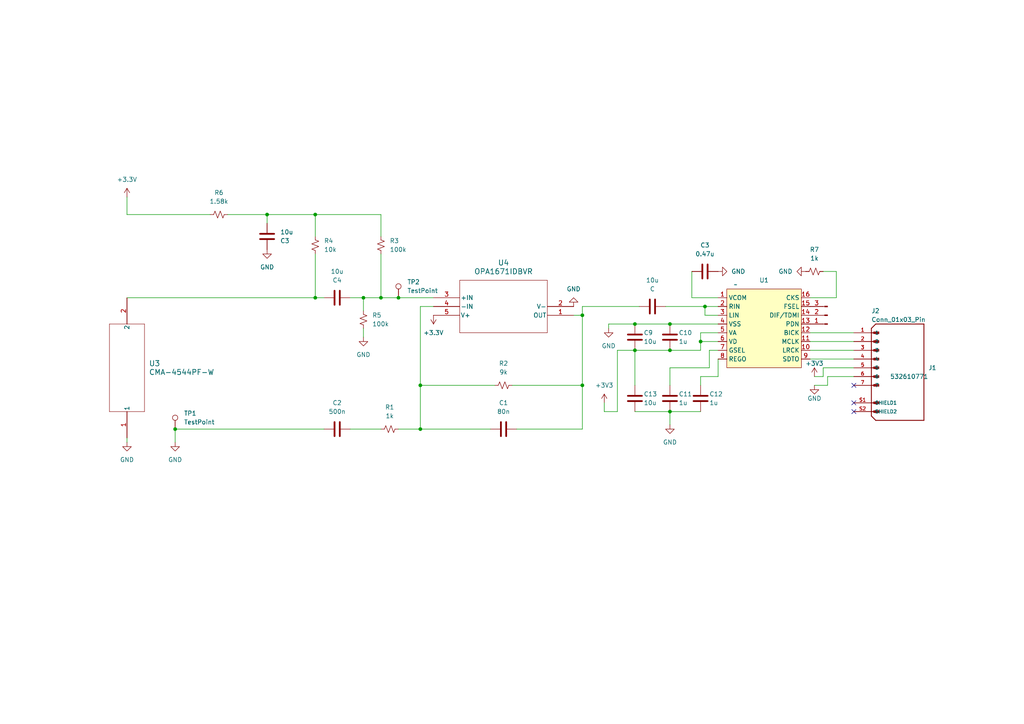
<source format=kicad_sch>
(kicad_sch (version 20230121) (generator eeschema)
  (paper "A4")
  (lib_symbols
    (symbol "2024-02-15_23-42-42:CMA-4544PF-W" (pin_names (offset 0.254))
      (property "Reference" "U" (at 20.32 10.16 0))
      (property "Value" "CMA-4544PF-W" (at 20.32 7.62 0))
      (symbol "CMA-4544PF-W_0_1"
        (polyline (pts (xy 7.62 -5.08) (xy 33.02 -5.08)) (stroke (width 0.127)))
        (polyline (pts (xy 7.62 5.08) (xy 7.62 -5.08)) (stroke (width 0.127)))
        (polyline (pts (xy 33.02 -5.08) (xy 33.02 5.08)) (stroke (width 0.127)))
        (polyline (pts (xy 33.02 5.08) (xy 7.62 5.08)) (stroke (width 0.127)))
        (pin unspecified line (at 0 0 0) (length 7.62) (name "1") (number "1"))
        (pin unspecified line (at 40.64 0 180) (length 7.62) (name "2") (number "2"))
      )
    )
    (symbol "2024-02-15_23-46-41:OPA1671IDBVR" (pin_names (offset 0.254))
      (property "Reference" "U" (at 20.32 10.16 0))
      (property "Value" "OPA1671IDBVR" (at 20.32 7.62 0))
      (symbol "OPA1671IDBVR_0_1"
        (polyline (pts (xy 7.62 -10.16) (xy 33.02 -10.16)) (stroke (width 0.127)))
        (polyline (pts (xy 7.62 5.08) (xy 7.62 -10.16)) (stroke (width 0.127)))
        (polyline (pts (xy 33.02 -10.16) (xy 33.02 5.08)) (stroke (width 0.127)))
        (polyline (pts (xy 33.02 5.08) (xy 7.62 5.08)) (stroke (width 0.127)))
        (pin output line (at 0 0 0) (length 7.62) (name "OUT") (number "1"))
        (pin power_in line (at 0 -2.54 0) (length 7.62) (name "V-") (number "2"))
        (pin input line (at 40.64 -5.08 180) (length 7.62) (name "+IN") (number "3"))
        (pin input line (at 40.64 -2.54 180) (length 7.62) (name "-IN") (number "4"))
        (pin power_in line (at 40.64 0 180) (length 7.62) (name "V+") (number "5"))
      )
    )
    (symbol "532610771:532610771" (pin_names (offset 1.016))
      (property "Reference" "J" (at -7.62 13.97 0))
      (property "Value" "532610771" (at -7.62 -17.78 0))
      (symbol "532610771_0_0"
        (rectangle (start -6.985 -13.0175) (end -5.3975 -12.3825) (stroke (width 0.1)) (fill (type outline)))
        (rectangle (start -6.985 -10.4775) (end -5.3975 -9.8425) (stroke (width 0.1)) (fill (type outline)))
        (rectangle (start -6.985 -5.3975) (end -5.3975 -4.7625) (stroke (width 0.1)) (fill (type outline)))
        (rectangle (start -6.985 -2.8575) (end -5.3975 -2.2225) (stroke (width 0.1)) (fill (type outline)))
        (rectangle (start -6.985 -0.3175) (end -5.3975 0.3175) (stroke (width 0.1)) (fill (type outline)))
        (rectangle (start -6.985 2.2225) (end -5.3975 2.8575) (stroke (width 0.1)) (fill (type outline)))
        (rectangle (start -6.985 4.7625) (end -5.3975 5.3975) (stroke (width 0.1)) (fill (type outline)))
        (rectangle (start -6.985 7.3025) (end -5.3975 7.9375) (stroke (width 0.1)) (fill (type outline)))
        (rectangle (start -6.985 9.8425) (end -5.3975 10.4775) (stroke (width 0.1)) (fill (type outline)))
        (polyline (pts (xy -7.62 -13.97) (xy -6.35 -15.24)) (stroke (width 0.254)))
        (polyline (pts (xy -7.62 -12.7) (xy -5.715 -12.7)) (stroke (width 0.254)))
        (polyline (pts (xy -7.62 -10.16) (xy -5.715 -10.16)) (stroke (width 0.254)))
        (polyline (pts (xy -7.62 -5.08) (xy -5.715 -5.08)) (stroke (width 0.254)))
        (polyline (pts (xy -7.62 -2.54) (xy -5.715 -2.54)) (stroke (width 0.254)))
        (polyline (pts (xy -7.62 0) (xy -5.715 0)) (stroke (width 0.254)))
        (polyline (pts (xy -7.62 2.54) (xy -5.715 2.54)) (stroke (width 0.254)))
        (polyline (pts (xy -7.62 5.08) (xy -5.715 5.08)) (stroke (width 0.254)))
        (polyline (pts (xy -7.62 7.62) (xy -5.715 7.62)) (stroke (width 0.254)))
        (polyline (pts (xy -7.62 10.16) (xy -5.715 10.16)) (stroke (width 0.254)))
        (polyline (pts (xy -7.62 11.43) (xy -7.62 -13.97)) (stroke (width 0.254)))
        (polyline (pts (xy -7.62 11.43) (xy -6.35 12.7)) (stroke (width 0.254)))
        (polyline (pts (xy -6.35 -15.24) (xy 7.62 -15.24)) (stroke (width 0.254)))
        (polyline (pts (xy 7.62 -15.24) (xy 7.62 12.7)) (stroke (width 0.254)))
        (polyline (pts (xy 7.62 12.7) (xy -6.35 12.7)) (stroke (width 0.254)))
        (pin passive line (at -12.7 10.16 0) (length 5.08) (name "1") (number "1"))
        (pin passive line (at -12.7 7.62 0) (length 5.08) (name "2") (number "2"))
        (pin passive line (at -12.7 5.08 0) (length 5.08) (name "3") (number "3"))
        (pin passive line (at -12.7 2.54 0) (length 5.08) (name "4") (number "4"))
        (pin passive line (at -12.7 0 0) (length 5.08) (name "5") (number "5"))
        (pin passive line (at -12.7 -2.54 0) (length 5.08) (name "6") (number "6"))
        (pin passive line (at -12.7 -5.08 0) (length 5.08) (name "7") (number "7"))
        (pin passive line (at -12.7 -10.16 0) (length 5.08) (name "SHIELD1") (number "S1"))
        (pin passive line (at -12.7 -12.7 0) (length 5.08) (name "SHIELD2") (number "S2"))
      )
    )
    (symbol "AK5720VT:AK5720VT"
      (property "Reference" "U" (at 0 0 0))
      (symbol "AK5720VT_1_1"
        (rectangle (start -2.54 -1.27) (end 19.05 -24.13) (fill (type background)))
        (pin input line (at -5.08 -3.81 0) (length 2.54) (name "VCOM") (number "1"))
        (pin input line (at 21.59 -19.05 180) (length 2.54) (name "LRCK") (number "10"))
        (pin input line (at 21.59 -16.51 180) (length 2.54) (name "MCLK") (number "11"))
        (pin input line (at 21.59 -13.97 180) (length 2.54) (name "BICK") (number "12"))
        (pin input line (at 21.59 -11.43 180) (length 2.54) (name "PDN") (number "13"))
        (pin input line (at 21.59 -8.89 180) (length 2.54) (name "DIF/TDMI") (number "14"))
        (pin input line (at 21.59 -6.35 180) (length 2.54) (name "FSEL") (number "15"))
        (pin input line (at 21.59 -3.81 180) (length 2.54) (name "CKS") (number "16"))
        (pin input line (at -5.08 -6.35 0) (length 2.54) (name "RIN") (number "2"))
        (pin input line (at -5.08 -8.89 0) (length 2.54) (name "LIN") (number "3"))
        (pin input line (at -5.08 -11.43 0) (length 2.54) (name "VSS") (number "4"))
        (pin input line (at -5.08 -13.97 0) (length 2.54) (name "VA") (number "5"))
        (pin input line (at -5.08 -16.51 0) (length 2.54) (name "VD") (number "6"))
        (pin input line (at -5.08 -19.05 0) (length 2.54) (name "GSEL") (number "7"))
        (pin input line (at -5.08 -21.59 0) (length 2.54) (name "REGO") (number "8"))
        (pin input line (at 21.59 -21.59 180) (length 2.54) (name "SDTO") (number "9"))
      )
    )
    (symbol "Connector:Conn_01x03_Pin" (pin_names (offset 1.016) hide)
      (property "Reference" "J" (at 0 5.08 0))
      (property "Value" "Conn_01x03_Pin" (at 0 -5.08 0))
      (symbol "Conn_01x03_Pin_1_1"
        (polyline (pts (xy 1.27 -2.54) (xy 0.8636 -2.54)) (stroke (width 0.1524)))
        (polyline (pts (xy 1.27 0) (xy 0.8636 0)) (stroke (width 0.1524)))
        (polyline (pts (xy 1.27 2.54) (xy 0.8636 2.54)) (stroke (width 0.1524)))
        (rectangle (start 0.8636 -2.413) (end 0 -2.667) (stroke (width 0.1524)) (fill (type outline)))
        (rectangle (start 0.8636 0.127) (end 0 -0.127) (stroke (width 0.1524)) (fill (type outline)))
        (rectangle (start 0.8636 2.667) (end 0 2.413) (stroke (width 0.1524)) (fill (type outline)))
        (pin passive line (at 5.08 2.54 180) (length 3.81) (name "Pin_1") (number "1"))
        (pin passive line (at 5.08 0 180) (length 3.81) (name "Pin_2") (number "2"))
        (pin passive line (at 5.08 -2.54 180) (length 3.81) (name "Pin_3") (number "3"))
      )
    )
    (symbol "Connector:TestPoint" (pin_numbers hide) (pin_names (offset 0.762) hide)
      (property "Reference" "TP" (at 0 6.858 0))
      (property "Value" "TestPoint" (at 0 5.08 0))
      (symbol "TestPoint_0_1"
        (circle (center 0 3.302) (radius 0.762))
      )
      (symbol "TestPoint_1_1"
        (pin passive line (at 0 0 90) (length 2.54) (name "1") (number "1"))
      )
    )
    (symbol "Device:C" (pin_numbers hide) (pin_names (offset 0.254))
      (property "Reference" "C" (at 0.635 2.54 0))
      (property "Value" "C" (at 0.635 -2.54 0))
      (symbol "C_0_1"
        (polyline (pts (xy -2.032 -0.762) (xy 2.032 -0.762)) (stroke (width 0.508)))
        (polyline (pts (xy -2.032 0.762) (xy 2.032 0.762)) (stroke (width 0.508)))
      )
      (symbol "C_1_1"
        (pin passive line (at 0 3.81 270) (length 2.794) (name "~") (number "1"))
        (pin passive line (at 0 -3.81 90) (length 2.794) (name "~") (number "2"))
      )
    )
    (symbol "Device:R_Small_US" (pin_numbers hide) (pin_names (offset 0.254) hide)
      (property "Reference" "R" (at 0.762 0.508 0))
      (property "Value" "R_Small_US" (at 0.762 -1.016 0))
      (symbol "R_Small_US_1_1"
        (polyline (pts (xy 0 0) (xy 1.016 -0.381) (xy 0 -0.762) (xy -1.016 -1.143) (xy 0 -1.524)))
        (polyline (pts (xy 0 1.524) (xy 1.016 1.143) (xy 0 0.762) (xy -1.016 0.381) (xy 0 0)))
        (pin passive line (at 0 2.54 270) (length 1.016) (name "~") (number "1"))
        (pin passive line (at 0 -2.54 90) (length 1.016) (name "~") (number "2"))
      )
    )
    (symbol "power:+3.3V" (power) (pin_names (offset 0))
      (property "Value" "+3.3V" (at 0 3.556 0))
      (symbol "+3.3V_0_1"
        (polyline (pts (xy -0.762 1.27) (xy 0 2.54)))
        (polyline (pts (xy 0 0) (xy 0 2.54)))
        (polyline (pts (xy 0 2.54) (xy 0.762 1.27)))
      )
      (symbol "+3.3V_1_1"
        (pin power_in line (at 0 0 90) (length 0) hide (name "+3.3V") (number "1"))
      )
    )
    (symbol "power:+3V3" (power) (pin_names (offset 0))
      (property "Value" "+3V3" (at 0 3.556 0))
      (symbol "+3V3_0_1"
        (polyline (pts (xy -0.762 1.27) (xy 0 2.54)))
        (polyline (pts (xy 0 0) (xy 0 2.54)))
        (polyline (pts (xy 0 2.54) (xy 0.762 1.27)))
      )
      (symbol "+3V3_1_1"
        (pin power_in line (at 0 0 90) (length 0) hide (name "+3V3") (number "1"))
      )
    )
    (symbol "power:GND" (power) (pin_names (offset 0))
      (property "Value" "GND" (at 0 -3.81 0))
      (symbol "GND_0_1"
        (polyline (pts (xy 0 0) (xy 0 -1.27) (xy 1.27 -1.27) (xy 0 -2.54) (xy -1.27 -1.27) (xy 0 -1.27)))
      )
      (symbol "GND_1_1"
        (pin power_in line (at 0 0 270) (length 0) hide (name "GND") (number "1"))
      )
    )
  )
  (junction (at 203.2 99.06))
  (junction (at 91.44 62.23))
  (junction (at 121.92 124.46))
  (junction (at 50.8 124.46))
  (junction (at 204.47 88.9))
  (junction (at 184.15 93.98))
  (junction (at 168.91 91.44))
  (junction (at 168.91 111.76))
  (junction (at 115.57 86.36))
  (junction (at 105.41 86.36))
  (junction (at 194.31 119.38))
  (junction (at 91.44 86.36))
  (junction (at 184.15 101.6))
  (junction (at 77.47 62.23))
  (junction (at 194.31 101.6))
  (junction (at 110.49 86.36))
  (junction (at 121.92 111.76))
  (junction (at 194.31 93.98))
  (no_connect (at 247.65 116.84))
  (no_connect (at 247.65 119.38))
  (no_connect (at 247.65 111.76))
  (wire (pts (xy 194.31 93.98) (xy 208.28 93.98)))
  (wire (pts (xy 148.59 111.76) (xy 168.91 111.76)))
  (wire (pts (xy 234.95 86.36) (xy 242.57 86.36)))
  (wire (pts (xy 91.44 73.66) (xy 91.44 86.36)))
  (wire (pts (xy 175.26 116.84) (xy 175.26 119.38)))
  (wire (pts (xy 240.03 109.22) (xy 247.65 109.22)))
  (wire (pts (xy 203.2 99.06) (xy 203.2 101.6)))
  (wire (pts (xy 200.66 78.74) (xy 200.66 86.36)))
  (wire (pts (xy 50.8 124.46) (xy 93.98 124.46)))
  (wire (pts (xy 247.65 99.06) (xy 234.95 99.06)))
  (wire (pts (xy 143.51 111.76) (xy 121.92 111.76)))
  (wire (pts (xy 121.92 88.9) (xy 121.92 111.76)))
  (wire (pts (xy 110.49 73.66) (xy 110.49 86.36)))
  (wire (pts (xy 203.2 109.22) (xy 203.2 111.76)))
  (wire (pts (xy 168.91 111.76) (xy 168.91 91.44)))
  (wire (pts (xy 240.03 111.76) (xy 240.03 109.22)))
  (wire (pts (xy 149.86 124.46) (xy 168.91 124.46)))
  (wire (pts (xy 105.41 86.36) (xy 105.41 90.17)))
  (wire (pts (xy 184.15 101.6) (xy 184.15 111.76)))
  (wire (pts (xy 208.28 96.52) (xy 203.2 96.52)))
  (wire (pts (xy 204.47 88.9) (xy 208.28 88.9)))
  (wire (pts (xy 194.31 119.38) (xy 203.2 119.38)))
  (wire (pts (xy 204.47 91.44) (xy 204.47 88.9)))
  (wire (pts (xy 247.65 96.52) (xy 234.95 96.52)))
  (wire (pts (xy 236.22 111.76) (xy 240.03 111.76)))
  (wire (pts (xy 200.66 86.36) (xy 208.28 86.36)))
  (wire (pts (xy 91.44 68.58) (xy 91.44 62.23)))
  (wire (pts (xy 242.57 86.36) (xy 242.57 78.74)))
  (wire (pts (xy 168.91 124.46) (xy 168.91 111.76)))
  (wire (pts (xy 125.73 88.9) (xy 121.92 88.9)))
  (wire (pts (xy 194.31 119.38) (xy 194.31 123.19)))
  (wire (pts (xy 36.83 57.15) (xy 36.83 62.23)))
  (wire (pts (xy 179.07 101.6) (xy 184.15 101.6)))
  (wire (pts (xy 179.07 101.6) (xy 179.07 119.38)))
  (wire (pts (xy 91.44 62.23) (xy 77.47 62.23)))
  (wire (pts (xy 166.37 91.44) (xy 168.91 91.44)))
  (wire (pts (xy 184.15 119.38) (xy 194.31 119.38)))
  (wire (pts (xy 91.44 86.36) (xy 93.98 86.36)))
  (wire (pts (xy 115.57 124.46) (xy 121.92 124.46)))
  (wire (pts (xy 203.2 101.6) (xy 194.31 101.6)))
  (wire (pts (xy 238.76 106.68) (xy 247.65 106.68)))
  (wire (pts (xy 36.83 86.36) (xy 91.44 86.36)))
  (wire (pts (xy 91.44 62.23) (xy 110.49 62.23)))
  (wire (pts (xy 66.04 62.23) (xy 77.47 62.23)))
  (wire (pts (xy 176.53 93.98) (xy 176.53 95.25)))
  (wire (pts (xy 110.49 62.23) (xy 110.49 68.58)))
  (wire (pts (xy 105.41 95.25) (xy 105.41 97.79)))
  (wire (pts (xy 168.91 88.9) (xy 185.42 88.9)))
  (wire (pts (xy 203.2 96.52) (xy 203.2 99.06)))
  (wire (pts (xy 236.22 109.22) (xy 238.76 109.22)))
  (wire (pts (xy 238.76 109.22) (xy 238.76 106.68)))
  (wire (pts (xy 194.31 106.68) (xy 194.31 111.76)))
  (wire (pts (xy 50.8 124.46) (xy 50.8 128.27)))
  (wire (pts (xy 184.15 93.98) (xy 194.31 93.98)))
  (wire (pts (xy 179.07 119.38) (xy 175.26 119.38)))
  (wire (pts (xy 208.28 101.6) (xy 205.74 101.6)))
  (wire (pts (xy 105.41 86.36) (xy 110.49 86.36)))
  (wire (pts (xy 205.74 101.6) (xy 205.74 106.68)))
  (wire (pts (xy 208.28 109.22) (xy 203.2 109.22)))
  (wire (pts (xy 168.91 88.9) (xy 168.91 91.44)))
  (wire (pts (xy 208.28 91.44) (xy 204.47 91.44)))
  (wire (pts (xy 60.96 62.23) (xy 36.83 62.23)))
  (wire (pts (xy 247.65 101.6) (xy 234.95 101.6)))
  (wire (pts (xy 101.6 124.46) (xy 110.49 124.46)))
  (wire (pts (xy 121.92 111.76) (xy 121.92 124.46)))
  (wire (pts (xy 121.92 124.46) (xy 142.24 124.46)))
  (wire (pts (xy 77.47 62.23) (xy 77.47 64.77)))
  (wire (pts (xy 36.83 128.27) (xy 36.83 127)))
  (wire (pts (xy 110.49 86.36) (xy 115.57 86.36)))
  (wire (pts (xy 247.65 104.14) (xy 234.95 104.14)))
  (wire (pts (xy 193.04 88.9) (xy 204.47 88.9)))
  (wire (pts (xy 184.15 101.6) (xy 194.31 101.6)))
  (wire (pts (xy 101.6 86.36) (xy 105.41 86.36)))
  (wire (pts (xy 176.53 93.98) (xy 184.15 93.98)))
  (wire (pts (xy 205.74 106.68) (xy 194.31 106.68)))
  (wire (pts (xy 208.28 104.14) (xy 208.28 109.22)))
  (wire (pts (xy 115.57 86.36) (xy 125.73 86.36)))
  (wire (pts (xy 242.57 78.74) (xy 238.76 78.74)))
  (wire (pts (xy 208.28 99.06) (xy 203.2 99.06)))
  (symbol (lib_id "Device:C") (at 97.79 124.46 90) (unit 1)
    (property "Reference" "C2" (at 97.79 116.84 90))
    (property "Value" "500n" (at 97.79 119.38 90))
  )
  (symbol (lib_id "Device:R_Small_US") (at 91.44 71.12 0) (unit 1)
    (property "Reference" "R4" (at 93.98 69.85 0) (effects (justify left)))
    (property "Value" "10k" (at 93.98 72.39 0) (effects (justify left)))
  )
  (symbol (lib_id "Device:C") (at 194.31 115.57 0) (unit 1)
    (property "Reference" "C11" (at 196.85 114.3 0) (effects (justify left)))
    (property "Value" "1u" (at 196.85 116.84 0) (effects (justify left)))
  )
  (symbol (lib_id "Device:C") (at 77.47 68.58 0) (unit 1)
    (property "Reference" "10u" (at 81.28 67.31 0) (effects (justify left)))
    (property "Value" "C3" (at 81.28 69.85 0) (effects (justify left)))
  )
  (symbol (lib_id "2024-02-15_23-46-41:OPA1671IDBVR") (at 166.37 91.44 180) (unit 1)
    (property "Reference" "U4" (at 146.05 76.2 0) (effects (font (size 1.524 1.524))))
    (property "Value" "OPA1671IDBVR" (at 146.05 78.74 0) (effects (font (size 1.524 1.524))))
    (property "Footprint" "SOT23-DBV5_TEX" (effects hide))
    (property "Datasheet" "OPA1671IDBVR" (effects hide))
  )
  (symbol (lib_id "Device:C") (at 194.31 97.79 0) (unit 1)
    (property "Reference" "C10" (at 196.85 96.52 0) (effects (justify left)))
    (property "Value" "1u" (at 196.85 99.06 0) (effects (justify left)))
  )
  (symbol (lib_id "Device:C") (at 97.79 86.36 90) (unit 1)
    (property "Reference" "10u" (at 97.79 78.74 90))
    (property "Value" "C4" (at 97.79 81.28 90))
  )
  (symbol (lib_id "Device:R_Small_US") (at 236.22 78.74 90) (unit 1)
    (property "Reference" "R7" (at 236.22 72.39 90))
    (property "Value" "1k" (at 236.22 74.93 90))
  )
  (symbol (lib_id "2024-02-15_23-42-42:CMA-4544PF-W") (at 36.83 127 90) (unit 1)
    (property "Reference" "U3" (at 43.18 105.41 90) (effects (font (size 1.524 1.524)) (justify right)))
    (property "Value" "CMA-4544PF-W" (at 43.18 107.95 90) (effects (font (size 1.524 1.524)) (justify right)))
    (property "Footprint" "CMA_CUI_9P7X9P7_CUD" (effects hide))
    (property "Datasheet" "CMA-4544PF-W" (effects hide))
  )
  (symbol (lib_id "power:GND") (at 166.37 88.9 180) (unit 1)
    (property "Reference" "#PWR02" (effects hide))
    (property "Value" "GND" (at 166.37 83.82 0))
  )
  (symbol (lib_id "power:GND") (at 50.8 128.27 0) (unit 1)
    (property "Reference" "#PWR01" (effects hide))
    (property "Value" "GND" (at 50.8 133.35 0))
  )
  (symbol (lib_id "Device:R_Small_US") (at 113.03 124.46 270) (unit 1)
    (property "Reference" "R1" (at 113.03 118.11 90))
    (property "Value" "1k" (at 113.03 120.65 90))
  )
  (symbol (lib_id "Device:C") (at 189.23 88.9 90) (unit 1)
    (property "Reference" "10u" (at 189.23 81.28 90))
    (property "Value" "C" (at 189.23 83.82 90))
  )
  (symbol (lib_id "power:GND") (at 236.22 111.76 0) (unit 1)
    (property "Reference" "#PWR011" (effects hide))
    (property "Value" "GND" (at 236.22 115.57 0))
  )
  (symbol (lib_id "power:GND") (at 194.31 123.19 0) (unit 1)
    (property "Reference" "#PWR015" (effects hide))
    (property "Value" "GND" (at 194.31 128.27 0))
  )
  (symbol (lib_id "power:GND") (at 208.28 78.74 90) (unit 1)
    (property "Reference" "#PWR08" (effects hide))
    (property "Value" "GND" (at 212.09 78.74 90) (effects (justify right)))
  )
  (symbol (lib_id "power:GND") (at 105.41 97.79 0) (unit 1)
    (property "Reference" "#PWR03" (effects hide))
    (property "Value" "GND" (at 105.41 102.87 0))
  )
  (symbol (lib_id "power:GND") (at 36.83 128.27 0) (unit 1)
    (property "Reference" "#PWR06" (effects hide))
    (property "Value" "GND" (at 36.83 133.35 0))
  )
  (symbol (lib_id "power:GND") (at 176.53 95.25 0) (unit 1)
    (property "Reference" "#PWR013" (effects hide))
    (property "Value" "GND" (at 176.53 100.33 0))
  )
  (symbol (lib_id "power:+3.3V") (at 125.73 91.44 180) (unit 1)
    (property "Reference" "#PWR07" (effects hide))
    (property "Value" "+3.3V" (at 125.73 96.52 0))
  )
  (symbol (lib_id "Connector:TestPoint") (at 115.57 86.36 0) (unit 1)
    (property "Reference" "TP2" (at 118.11 81.788 0) (effects (justify left)))
    (property "Value" "TestPoint" (at 118.11 84.328 0) (effects (justify left)))
  )
  (symbol (lib_id "power:GND") (at 233.68 78.74 270) (unit 1)
    (property "Reference" "#PWR09" (effects hide))
    (property "Value" "GND" (at 229.87 78.74 90) (effects (justify right)))
  )
  (symbol (lib_id "Device:R_Small_US") (at 63.5 62.23 270) (unit 1)
    (property "Reference" "R6" (at 63.5 55.88 90))
    (property "Value" "1.58k" (at 63.5 58.42 90))
  )
  (symbol (lib_id "power:+3V3") (at 236.22 109.22 0) (unit 1)
    (property "Reference" "#PWR010" (effects hide))
    (property "Value" "+3V3" (at 236.22 105.41 0))
  )
  (symbol (lib_id "power:+3.3V") (at 36.83 57.15 0) (unit 1)
    (property "Reference" "#PWR05" (effects hide))
    (property "Value" "+3.3V" (at 36.83 52.07 0))
  )
  (symbol (lib_id "Device:C") (at 184.15 97.79 0) (unit 1)
    (property "Reference" "C9" (at 186.69 96.52 0) (effects (justify left)))
    (property "Value" "10u" (at 186.69 99.06 0) (effects (justify left)))
  )
  (symbol (lib_id "power:GND") (at 77.47 72.39 0) (unit 1)
    (property "Reference" "#PWR04" (effects hide))
    (property "Value" "GND" (at 77.47 77.47 0))
  )
  (symbol (lib_id "Device:C") (at 203.2 115.57 0) (unit 1)
    (property "Reference" "C12" (at 205.74 114.3 0) (effects (justify left)))
    (property "Value" "1u" (at 205.74 116.84 0) (effects (justify left)))
  )
  (symbol (lib_id "Device:R_Small_US") (at 110.49 71.12 0) (unit 1)
    (property "Reference" "R3" (at 113.03 69.85 0) (effects (justify left)))
    (property "Value" "100k" (at 113.03 72.39 0) (effects (justify left)))
  )
  (symbol (lib_id "Device:C") (at 146.05 124.46 90) (unit 1)
    (property "Reference" "C1" (at 146.05 116.84 90))
    (property "Value" "80n" (at 146.05 119.38 90))
  )
  (symbol (lib_id "Device:C") (at 184.15 115.57 0) (unit 1)
    (property "Reference" "C13" (at 186.69 114.3 0) (effects (justify left)))
    (property "Value" "10u" (at 186.69 116.84 0) (effects (justify left)))
  )
  (symbol (lib_id "532610771:532610771") (at 260.35 106.68 0) (unit 1)
    (property "Reference" "J1" (at 269.24 106.68 0) (effects (justify left)))
    (property "Value" "532610771" (at 269.24 109.22 0) (effects (justify right)))
    (property "Footprint" "532610771:MOLEX_532610771" (effects hide))
    (property "DigiKey_Part_Number" "WM7625TR-ND" (effects hide))
    (property "MF" "Molex" (effects hide))
    (property "MAXIMUM_PACKAGE_HEIGHT" "3.4 mm" (effects hide))
    (property "Package" "None" (effects hide))
    (property "Check_prices" "https://www.snapeda.com/parts/0532610771/Molex/view-part/?ref=eda" (effects hide))
    (property "STANDARD" "Manufacturer Recommendations" (effects hide))
    (property "PARTREV" "J" (effects hide))
    (property "SnapEDA_Link" "https://www.snapeda.com/parts/0532610771/Molex/view-part/?ref=snap" (effects hide))
    (property "MP" "0532610771" (effects hide))
    (property "Purchase-URL" "https://www.snapeda.com/api/url_track_click_mouser/?unipart_id=577144&manufacturer=Molex&part_name=0532610771&search_term=None" (effects hide))
    (property "Description" "\nPicoblade Connector, 7 Circuit Single Row, Right Angle Surface Mount SMT PCB\n" (effects hide))
    (property "MANUFACTURER" "Molex" (effects hide))
  )
  (symbol (lib_id "Connector:TestPoint") (at 50.8 124.46 0) (unit 1)
    (property "Reference" "TP1" (at 53.34 119.888 0) (effects (justify left)))
    (property "Value" "TestPoint" (at 53.34 122.428 0) (effects (justify left)))
  )
  (symbol (lib_id "Device:C") (at 204.47 78.74 90) (unit 1)
    (property "Reference" "C3" (at 204.47 71.12 90))
    (property "Value" "0.47u" (at 204.47 73.66 90))
  )
  (symbol (lib_id "Connector:Conn_01x03_Pin") (at 240.03 91.44 180) (unit 1)
    (property "Reference" "J2" (at 252.73 90.17 0) (effects (justify right)))
    (property "Value" "Conn_01x03_Pin" (at 252.73 92.71 0) (effects (justify right)))
  )
  (symbol (lib_id "Device:R_Small_US") (at 146.05 111.76 270) (unit 1)
    (property "Reference" "R2" (at 146.05 105.41 90))
    (property "Value" "9k" (at 146.05 107.95 90))
  )
  (symbol (lib_id "power:+3V3") (at 175.26 116.84 0) (unit 1)
    (property "Reference" "#PWR014" (effects hide))
    (property "Value" "+3V3" (at 175.26 111.76 0))
  )
  (symbol (lib_id "AK5720VT:AK5720VT") (at 213.36 82.55 0) (unit 1)
    (property "Reference" "U1" (at 221.615 81.28 0))
    (property "Value" "~" (at 213.36 82.55 0))
  )
  (symbol (lib_id "Device:R_Small_US") (at 105.41 92.71 0) (unit 1)
    (property "Reference" "R5" (at 107.95 91.44 0) (effects (justify left)))
    (property "Value" "100k" (at 107.95 93.98 0) (effects (justify left)))
  )
)
</source>
